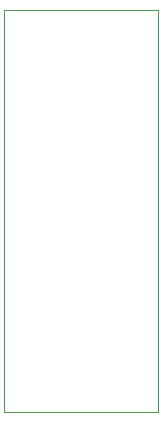
<source format=gbr>
%TF.GenerationSoftware,Altium Limited,Altium Designer,23.3.1 (30)*%
G04 Layer_Color=0*
%FSLAX45Y45*%
%MOMM*%
%TF.SameCoordinates,3978930B-4288-4960-BFFB-EFBA2ACA1435*%
%TF.FilePolarity,Positive*%
%TF.FileFunction,Profile,NP*%
%TF.Part,Single*%
G01*
G75*
%TA.AperFunction,Profile*%
%ADD21C,0.02540*%
D21*
X0Y0D02*
Y3400000D01*
X1300000D01*
Y0D01*
X0D01*
%TF.MD5,3dc0bbe1e56c73a7125bf637bc3090fd*%
M02*

</source>
